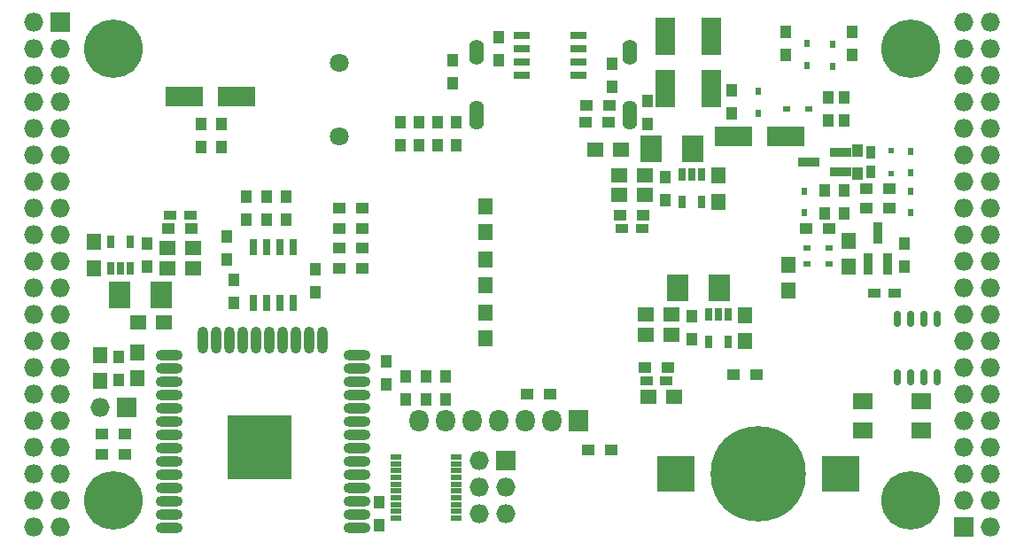
<source format=gbs>
G04 #@! TF.FileFunction,Soldermask,Bot*
%FSLAX46Y46*%
G04 Gerber Fmt 4.6, Leading zero omitted, Abs format (unit mm)*
G04 Created by KiCad (PCBNEW 4.0.7+dfsg1-1) date Wed Oct 11 12:58:41 2017*
%MOMM*%
%LPD*%
G01*
G04 APERTURE LIST*
%ADD10C,0.100000*%
%ADD11R,1.900000X3.600000*%
%ADD12R,1.000000X1.300000*%
%ADD13R,2.100000X2.600000*%
%ADD14R,0.800000X1.300000*%
%ADD15R,1.350000X1.600000*%
%ADD16R,1.600000X1.350000*%
%ADD17O,0.709600X1.573200*%
%ADD18R,0.900000X2.000000*%
%ADD19R,2.000000X0.900000*%
%ADD20R,1.300000X0.850000*%
%ADD21R,0.850000X1.300000*%
%ADD22R,1.300000X1.000000*%
%ADD23R,0.700000X1.650000*%
%ADD24R,1.650000X0.700000*%
%ADD25O,2.600000X1.000000*%
%ADD26O,1.000000X2.600000*%
%ADD27R,6.100000X6.100000*%
%ADD28R,1.827200X1.827200*%
%ADD29O,1.827200X1.827200*%
%ADD30C,5.600000*%
%ADD31R,1.100000X0.500000*%
%ADD32R,1.827200X2.132000*%
%ADD33O,1.827200X2.132000*%
%ADD34R,3.600000X3.400000*%
%ADD35C,9.100000*%
%ADD36C,1.800000*%
%ADD37O,1.400000X2.800000*%
%ADD38O,1.400000X2.400000*%
%ADD39R,1.900000X1.500000*%
%ADD40R,0.600000X0.600000*%
%ADD41R,0.700000X0.550000*%
%ADD42R,0.550000X0.700000*%
%ADD43R,3.600000X1.900000*%
G04 APERTURE END LIST*
D10*
D11*
X155695000Y-69000000D03*
X155695000Y-64000000D03*
D12*
X154044000Y-72426000D03*
X154044000Y-70226000D03*
D13*
X160870000Y-88090000D03*
X156870000Y-88090000D03*
D14*
X159825000Y-90600000D03*
X160775000Y-90600000D03*
X161725000Y-90600000D03*
X161725000Y-93200000D03*
X159825000Y-93200000D03*
D13*
X158330000Y-74755000D03*
X154330000Y-74755000D03*
D14*
X157285000Y-77235000D03*
X158235000Y-77235000D03*
X159185000Y-77235000D03*
X159185000Y-79835000D03*
X157285000Y-79835000D03*
D13*
X103530000Y-88725000D03*
X107530000Y-88725000D03*
D14*
X104575000Y-86215000D03*
X103625000Y-86215000D03*
X102675000Y-86215000D03*
X102675000Y-83615000D03*
X104575000Y-83615000D03*
D15*
X101085000Y-83665000D03*
X101085000Y-86165000D03*
D16*
X153810000Y-90630000D03*
X156310000Y-90630000D03*
X153810000Y-92535000D03*
X156310000Y-92535000D03*
D15*
X163315000Y-93150000D03*
X163315000Y-90650000D03*
D16*
X151270000Y-79200000D03*
X153770000Y-79200000D03*
X151270000Y-77295000D03*
X153770000Y-77295000D03*
D15*
X160775000Y-79815000D03*
X160775000Y-77315000D03*
D16*
X110590000Y-84280000D03*
X108090000Y-84280000D03*
X110590000Y-86185000D03*
X108090000Y-86185000D03*
D17*
X181730000Y-96599000D03*
X180460000Y-96599000D03*
X179190000Y-96599000D03*
X177920000Y-96599000D03*
X177920000Y-91011000D03*
X179190000Y-91011000D03*
X180460000Y-91011000D03*
X181730000Y-91011000D03*
D15*
X173221000Y-86038000D03*
X173221000Y-83538000D03*
D18*
X176965000Y-85780000D03*
X175065000Y-85780000D03*
X176015000Y-82780000D03*
D19*
X172435000Y-75075000D03*
X172435000Y-76975000D03*
X169435000Y-76025000D03*
D20*
X153910000Y-96910000D03*
X155810000Y-96910000D03*
X151570000Y-82375000D03*
X153470000Y-82375000D03*
X110290000Y-81105000D03*
X108390000Y-81105000D03*
D21*
X175380000Y-75075000D03*
X175380000Y-76975000D03*
D22*
X169200000Y-82375000D03*
X171400000Y-82375000D03*
D12*
X172840000Y-80935000D03*
X172840000Y-78735000D03*
D22*
X177115000Y-80470000D03*
X174915000Y-80470000D03*
D12*
X174110000Y-74925000D03*
X174110000Y-77125000D03*
X178555000Y-83815000D03*
X178555000Y-86015000D03*
X113785000Y-83180000D03*
X113785000Y-85380000D03*
X170935000Y-80935000D03*
X170935000Y-78735000D03*
X128390000Y-108580000D03*
X128390000Y-110780000D03*
D22*
X150572000Y-103584000D03*
X148372000Y-103584000D03*
X177115000Y-78565000D03*
X174915000Y-78565000D03*
X153760000Y-95640000D03*
X155960000Y-95640000D03*
X110440000Y-82375000D03*
X108240000Y-82375000D03*
X151420000Y-81105000D03*
X153620000Y-81105000D03*
D12*
X158235000Y-90800000D03*
X158235000Y-93000000D03*
X106165000Y-86015000D03*
X106165000Y-83815000D03*
X155695000Y-77465000D03*
X155695000Y-79665000D03*
D22*
X126782000Y-86185000D03*
X124582000Y-86185000D03*
X126782000Y-84279000D03*
X124582000Y-84279000D03*
X126782000Y-82375000D03*
X124582000Y-82375000D03*
X126782000Y-80470000D03*
X124582000Y-80470000D03*
D12*
X130422000Y-74458000D03*
X130422000Y-72258000D03*
X132200000Y-74458000D03*
X132200000Y-72258000D03*
X133978000Y-74458000D03*
X133978000Y-72258000D03*
X135756000Y-74458000D03*
X135756000Y-72258000D03*
D23*
X116325000Y-84120000D03*
X117595000Y-84120000D03*
X118865000Y-84120000D03*
X120135000Y-84120000D03*
X120135000Y-89520000D03*
X118865000Y-89520000D03*
X117595000Y-89520000D03*
X116325000Y-89520000D03*
D20*
X175700000Y-88598000D03*
X177600000Y-88598000D03*
D24*
X141980000Y-67705000D03*
X141980000Y-66435000D03*
X141980000Y-65165000D03*
X141980000Y-63895000D03*
X147380000Y-63895000D03*
X147380000Y-65165000D03*
X147380000Y-66435000D03*
X147380000Y-67705000D03*
D25*
X126260434Y-111030338D03*
X126260434Y-109760338D03*
X126260434Y-108490338D03*
X126260434Y-107220338D03*
X126260434Y-105950338D03*
X126260434Y-104680338D03*
X126260434Y-103410338D03*
X126260434Y-102140338D03*
X126260434Y-100870338D03*
X126260434Y-99600338D03*
X126260434Y-98330338D03*
X126260434Y-97060338D03*
X126260434Y-95790338D03*
X126260434Y-94520338D03*
D26*
X122975434Y-93030338D03*
X121705434Y-93030338D03*
X120435434Y-93030338D03*
X119165434Y-93030338D03*
X117895434Y-93030338D03*
X116625434Y-93030338D03*
X115355434Y-93030338D03*
X114085434Y-93030338D03*
X112815434Y-93030338D03*
X111545434Y-93030338D03*
D25*
X108260434Y-94520338D03*
X108260434Y-95790338D03*
X108260434Y-97060338D03*
X108260434Y-98330338D03*
X108260434Y-99600338D03*
X108260434Y-100870338D03*
X108260434Y-102140338D03*
X108260434Y-103410338D03*
X108260434Y-104680338D03*
X108260434Y-105950338D03*
X108260434Y-107220338D03*
X108260434Y-108490338D03*
X108260434Y-109760338D03*
X108260434Y-111030338D03*
D27*
X116960434Y-103330338D03*
D28*
X97910000Y-62690000D03*
D29*
X95370000Y-62690000D03*
X97910000Y-65230000D03*
X95370000Y-65230000D03*
X97910000Y-67770000D03*
X95370000Y-67770000D03*
X97910000Y-70310000D03*
X95370000Y-70310000D03*
X97910000Y-72850000D03*
X95370000Y-72850000D03*
X97910000Y-75390000D03*
X95370000Y-75390000D03*
X97910000Y-77930000D03*
X95370000Y-77930000D03*
X97910000Y-80470000D03*
X95370000Y-80470000D03*
X97910000Y-83010000D03*
X95370000Y-83010000D03*
X97910000Y-85550000D03*
X95370000Y-85550000D03*
X97910000Y-88090000D03*
X95370000Y-88090000D03*
X97910000Y-90630000D03*
X95370000Y-90630000D03*
X97910000Y-93170000D03*
X95370000Y-93170000D03*
X97910000Y-95710000D03*
X95370000Y-95710000D03*
X97910000Y-98250000D03*
X95370000Y-98250000D03*
X97910000Y-100790000D03*
X95370000Y-100790000D03*
X97910000Y-103330000D03*
X95370000Y-103330000D03*
X97910000Y-105870000D03*
X95370000Y-105870000D03*
X97910000Y-108410000D03*
X95370000Y-108410000D03*
X97910000Y-110950000D03*
X95370000Y-110950000D03*
D28*
X184270000Y-110950000D03*
D29*
X186810000Y-110950000D03*
X184270000Y-108410000D03*
X186810000Y-108410000D03*
X184270000Y-105870000D03*
X186810000Y-105870000D03*
X184270000Y-103330000D03*
X186810000Y-103330000D03*
X184270000Y-100790000D03*
X186810000Y-100790000D03*
X184270000Y-98250000D03*
X186810000Y-98250000D03*
X184270000Y-95710000D03*
X186810000Y-95710000D03*
X184270000Y-93170000D03*
X186810000Y-93170000D03*
X184270000Y-90630000D03*
X186810000Y-90630000D03*
X184270000Y-88090000D03*
X186810000Y-88090000D03*
X184270000Y-85550000D03*
X186810000Y-85550000D03*
X184270000Y-83010000D03*
X186810000Y-83010000D03*
X184270000Y-80470000D03*
X186810000Y-80470000D03*
X184270000Y-77930000D03*
X186810000Y-77930000D03*
X184270000Y-75390000D03*
X186810000Y-75390000D03*
X184270000Y-72850000D03*
X186810000Y-72850000D03*
X184270000Y-70310000D03*
X186810000Y-70310000D03*
X184270000Y-67770000D03*
X186810000Y-67770000D03*
X184270000Y-65230000D03*
X186810000Y-65230000D03*
X184270000Y-62690000D03*
X186810000Y-62690000D03*
D30*
X102990000Y-108410000D03*
X179190000Y-108410000D03*
X179190000Y-65230000D03*
X102990000Y-65230000D03*
D12*
X162045000Y-71410000D03*
X162045000Y-69210000D03*
X139820000Y-66330000D03*
X139820000Y-64130000D03*
X135375000Y-68532000D03*
X135375000Y-66332000D03*
X150615000Y-68870000D03*
X150615000Y-66670000D03*
D22*
X150275000Y-72215000D03*
X148075000Y-72215000D03*
X150380000Y-70600000D03*
X148180000Y-70600000D03*
D31*
X135735000Y-104215000D03*
X135735000Y-104865000D03*
X135735000Y-105515000D03*
X135735000Y-106165000D03*
X135735000Y-106815000D03*
X135735000Y-107465000D03*
X135735000Y-108115000D03*
X135735000Y-108765000D03*
X135735000Y-109415000D03*
X135735000Y-110065000D03*
X129935000Y-110065000D03*
X129935000Y-109415000D03*
X129935000Y-108765000D03*
X129935000Y-108115000D03*
X129935000Y-107465000D03*
X129935000Y-106815000D03*
X129935000Y-106165000D03*
X129935000Y-105515000D03*
X129935000Y-104865000D03*
X129935000Y-104215000D03*
D12*
X119500000Y-79370000D03*
X119500000Y-81570000D03*
X114480000Y-89500000D03*
X114480000Y-87300000D03*
X129025000Y-97275000D03*
X129025000Y-95075000D03*
X117595000Y-79370000D03*
X117595000Y-81570000D03*
X122280000Y-86300000D03*
X122280000Y-88500000D03*
X115690000Y-79370000D03*
X115690000Y-81570000D03*
D22*
X144730000Y-98250000D03*
X142530000Y-98250000D03*
D12*
X132835000Y-98715000D03*
X132835000Y-96515000D03*
X130930000Y-98715000D03*
X130930000Y-96515000D03*
D22*
X101890000Y-103965000D03*
X104090000Y-103965000D03*
D28*
X104260000Y-99520000D03*
D29*
X101720000Y-99520000D03*
D22*
X101890000Y-102060000D03*
X104090000Y-102060000D03*
D12*
X103498000Y-96894000D03*
X103498000Y-94694000D03*
D15*
X167506000Y-88324000D03*
X167506000Y-85824000D03*
D22*
X164415000Y-96345000D03*
X162215000Y-96345000D03*
D12*
X167252000Y-65822000D03*
X167252000Y-63622000D03*
D28*
X140455000Y-104600000D03*
D29*
X137915000Y-104600000D03*
X140455000Y-107140000D03*
X137915000Y-107140000D03*
X140455000Y-109680000D03*
X137915000Y-109680000D03*
D15*
X138550000Y-90396000D03*
X138550000Y-92896000D03*
X138550000Y-82736000D03*
X138550000Y-80236000D03*
X138550000Y-85316000D03*
X138550000Y-87816000D03*
X101720000Y-94460000D03*
X101720000Y-96960000D03*
D12*
X113277000Y-74585000D03*
X113277000Y-72385000D03*
X111372000Y-74585000D03*
X111372000Y-72385000D03*
X172840000Y-72045000D03*
X172840000Y-69845000D03*
X171316000Y-72045000D03*
X171316000Y-69845000D03*
D32*
X147440000Y-100790000D03*
D33*
X144900000Y-100790000D03*
X142360000Y-100790000D03*
X139820000Y-100790000D03*
X137280000Y-100790000D03*
X134740000Y-100790000D03*
X132200000Y-100790000D03*
D34*
X172485000Y-105870000D03*
X156685000Y-105870000D03*
D35*
X164585000Y-105870000D03*
D36*
X124580000Y-66540000D03*
X124580000Y-73540000D03*
D37*
X152280000Y-71550000D03*
X137680000Y-71550000D03*
D38*
X137680000Y-65500000D03*
X152280000Y-65500000D03*
D39*
X180212000Y-98882000D03*
X174612000Y-98882000D03*
X174612000Y-101682000D03*
X180212000Y-101682000D03*
D40*
X177285000Y-74925000D03*
X177285000Y-77125000D03*
D15*
X105276000Y-96706000D03*
X105276000Y-94206000D03*
D41*
X169250000Y-84280000D03*
X171350000Y-84280000D03*
D42*
X179190000Y-80885000D03*
X179190000Y-78785000D03*
X169030000Y-80885000D03*
X169030000Y-78785000D03*
D41*
X171350000Y-85804000D03*
X169250000Y-85804000D03*
D42*
X179190000Y-77075000D03*
X179190000Y-74975000D03*
D41*
X167345000Y-70945000D03*
X169445000Y-70945000D03*
D42*
X164585000Y-69260000D03*
X164585000Y-71360000D03*
X169284000Y-66788000D03*
X169284000Y-64688000D03*
X171697000Y-66881000D03*
X171697000Y-64781000D03*
D43*
X109761000Y-69802000D03*
X114761000Y-69802000D03*
X167212000Y-73612000D03*
X162212000Y-73612000D03*
D11*
X160140000Y-64000000D03*
X160140000Y-69000000D03*
D16*
X154064000Y-98504000D03*
X156564000Y-98504000D03*
X107796000Y-91392000D03*
X105296000Y-91392000D03*
X151484000Y-74882000D03*
X148984000Y-74882000D03*
D12*
X173602000Y-65822000D03*
X173602000Y-63622000D03*
X134740000Y-96515000D03*
X134740000Y-98715000D03*
M02*

</source>
